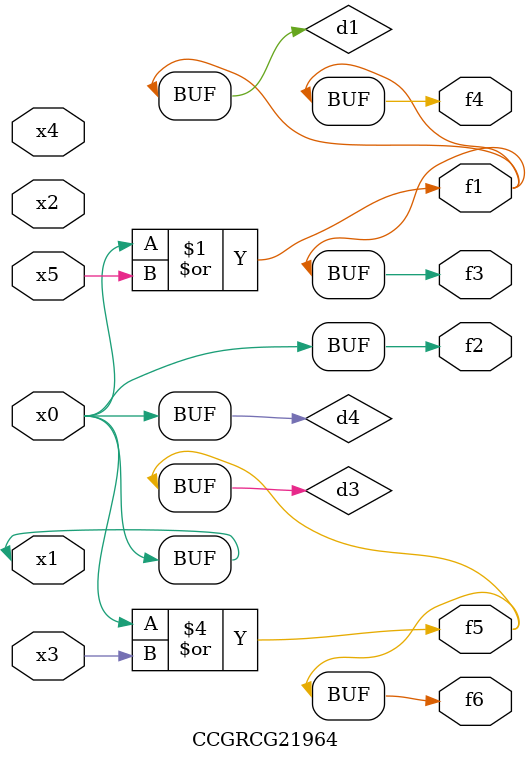
<source format=v>
module CCGRCG21964(
	input x0, x1, x2, x3, x4, x5,
	output f1, f2, f3, f4, f5, f6
);

	wire d1, d2, d3, d4;

	or (d1, x0, x5);
	xnor (d2, x1, x4);
	or (d3, x0, x3);
	buf (d4, x0, x1);
	assign f1 = d1;
	assign f2 = d4;
	assign f3 = d1;
	assign f4 = d1;
	assign f5 = d3;
	assign f6 = d3;
endmodule

</source>
